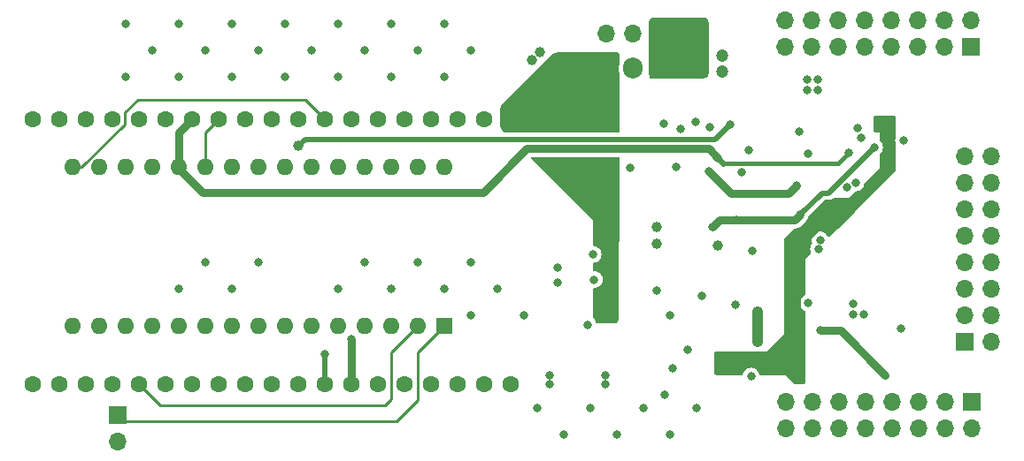
<source format=gbr>
%TF.GenerationSoftware,KiCad,Pcbnew,(6.0.5-0)*%
%TF.CreationDate,2022-06-25T17:27:44+01:00*%
%TF.ProjectId,revised_minh_design,72657669-7365-4645-9f6d-696e685f6465,rev?*%
%TF.SameCoordinates,Original*%
%TF.FileFunction,Copper,L3,Inr*%
%TF.FilePolarity,Positive*%
%FSLAX46Y46*%
G04 Gerber Fmt 4.6, Leading zero omitted, Abs format (unit mm)*
G04 Created by KiCad (PCBNEW (6.0.5-0)) date 2022-06-25 17:27:44*
%MOMM*%
%LPD*%
G01*
G04 APERTURE LIST*
%TA.AperFunction,ComponentPad*%
%ADD10R,1.700000X1.700000*%
%TD*%
%TA.AperFunction,ComponentPad*%
%ADD11O,1.700000X1.700000*%
%TD*%
%TA.AperFunction,ComponentPad*%
%ADD12R,1.600000X1.600000*%
%TD*%
%TA.AperFunction,ComponentPad*%
%ADD13O,1.600000X1.600000*%
%TD*%
%TA.AperFunction,ComponentPad*%
%ADD14R,1.905000X2.000000*%
%TD*%
%TA.AperFunction,ComponentPad*%
%ADD15O,1.905000X2.000000*%
%TD*%
%TA.AperFunction,ComponentPad*%
%ADD16C,1.600000*%
%TD*%
%TA.AperFunction,ViaPad*%
%ADD17C,0.800000*%
%TD*%
%TA.AperFunction,ViaPad*%
%ADD18C,1.200000*%
%TD*%
%TA.AperFunction,ViaPad*%
%ADD19C,1.000000*%
%TD*%
%TA.AperFunction,Conductor*%
%ADD20C,0.250000*%
%TD*%
%TA.AperFunction,Conductor*%
%ADD21C,0.500000*%
%TD*%
%TA.AperFunction,Conductor*%
%ADD22C,0.400000*%
%TD*%
%TA.AperFunction,Conductor*%
%ADD23C,0.800000*%
%TD*%
%TA.AperFunction,Conductor*%
%ADD24C,0.600000*%
%TD*%
%TA.AperFunction,Conductor*%
%ADD25C,1.000000*%
%TD*%
%TA.AperFunction,Conductor*%
%ADD26C,1.200000*%
%TD*%
G04 APERTURE END LIST*
D10*
%TO.N,RX*%
%TO.C,J5*%
X60198000Y-78105000D03*
D11*
%TO.N,TX*%
X60198000Y-80645000D03*
%TD*%
D12*
%TO.N,RX*%
%TO.C,A1*%
X91440000Y-69596000D03*
D13*
%TO.N,TX*%
X88900000Y-69596000D03*
%TO.N,unconnected-(A1-Pad3)*%
X86360000Y-69596000D03*
%TO.N,Earth*%
X83820000Y-69596000D03*
%TO.N,~{DAC_CS}*%
X81280000Y-69596000D03*
%TO.N,~{CLR}*%
X78740000Y-69596000D03*
%TO.N,LDAC*%
X76200000Y-69596000D03*
%TO.N,unconnected-(A1-Pad8)*%
X73660000Y-69596000D03*
%TO.N,unconnected-(A1-Pad9)*%
X71120000Y-69596000D03*
%TO.N,unconnected-(A1-Pad10)*%
X68580000Y-69596000D03*
%TO.N,unconnected-(A1-Pad11)*%
X66040000Y-69596000D03*
%TO.N,unconnected-(A1-Pad12)*%
X63500000Y-69596000D03*
%TO.N,unconnected-(A1-Pad13)*%
X60960000Y-69596000D03*
%TO.N,SI*%
X58420000Y-69596000D03*
%TO.N,SO*%
X55880000Y-69596000D03*
%TO.N,SK*%
X55880000Y-54356000D03*
%TO.N,unconnected-(A1-Pad17)*%
X58420000Y-54356000D03*
%TO.N,unconnected-(A1-Pad18)*%
X60960000Y-54356000D03*
%TO.N,MDAT*%
X63500000Y-54356000D03*
%TO.N,~{ADC2_CS}*%
X66040000Y-54356000D03*
%TO.N,~{ADC1_CS}*%
X68580000Y-54356000D03*
%TO.N,unconnected-(A1-Pad22)*%
X71120000Y-54356000D03*
%TO.N,unconnected-(A1-Pad23)*%
X73660000Y-54356000D03*
%TO.N,unconnected-(A1-Pad24)*%
X76200000Y-54356000D03*
%TO.N,unconnected-(A1-Pad25)*%
X78740000Y-54356000D03*
%TO.N,unconnected-(A1-Pad26)*%
X81280000Y-54356000D03*
%TO.N,unconnected-(A1-Pad27)*%
X83820000Y-54356000D03*
%TO.N,unconnected-(A1-Pad28)*%
X86360000Y-54356000D03*
%TO.N,Earth*%
X88900000Y-54356000D03*
%TO.N,+5V*%
X91440000Y-54356000D03*
%TD*%
D10*
%TO.N,ADC2_1*%
%TO.C,J3*%
X141204000Y-71105000D03*
D11*
%TO.N,Earth*%
X143744000Y-71105000D03*
%TO.N,ADC2_2*%
X141204000Y-68565000D03*
%TO.N,Earth*%
X143744000Y-68565000D03*
%TO.N,ADC2_3*%
X141204000Y-66025000D03*
%TO.N,Earth*%
X143744000Y-66025000D03*
%TO.N,ADC2_4*%
X141204000Y-63485000D03*
%TO.N,Earth*%
X143744000Y-63485000D03*
%TO.N,ADC2_5*%
X141204000Y-60945000D03*
%TO.N,Earth*%
X143744000Y-60945000D03*
%TO.N,ADC2_6*%
X141204000Y-58405000D03*
%TO.N,Earth*%
X143744000Y-58405000D03*
%TO.N,ADC2_7*%
X141204000Y-55865000D03*
%TO.N,Earth*%
X143744000Y-55865000D03*
%TO.N,ADC2_8*%
X141204000Y-53325000D03*
%TO.N,Earth*%
X143744000Y-53325000D03*
%TD*%
D14*
%TO.N,+12V*%
%TO.C,U2*%
X112014000Y-44902000D03*
D15*
%TO.N,Earth*%
X109474000Y-44902000D03*
%TO.N,+5V*%
X106934000Y-44902000D03*
%TD*%
D10*
%TO.N,+12V*%
%TO.C,J1*%
X112014000Y-41529000D03*
D11*
%TO.N,Earth*%
X109474000Y-41529000D03*
X106934000Y-41529000D03*
%TD*%
D10*
%TO.N,ADC1_1*%
%TO.C,J2*%
X141844000Y-42799000D03*
D11*
%TO.N,Earth*%
X141844000Y-40259000D03*
%TO.N,ADC1_2*%
X139304000Y-42799000D03*
%TO.N,Earth*%
X139304000Y-40259000D03*
%TO.N,ADC1_3*%
X136764000Y-42799000D03*
%TO.N,Earth*%
X136764000Y-40259000D03*
%TO.N,ADC1_4*%
X134224000Y-42799000D03*
%TO.N,Earth*%
X134224000Y-40259000D03*
%TO.N,ADC1_5*%
X131684000Y-42799000D03*
%TO.N,Earth*%
X131684000Y-40259000D03*
%TO.N,ADC1_6*%
X129144000Y-42799000D03*
%TO.N,Earth*%
X129144000Y-40259000D03*
%TO.N,ADC1_7*%
X126604000Y-42799000D03*
%TO.N,Earth*%
X126604000Y-40259000D03*
%TO.N,ADC1_8*%
X124064000Y-42799000D03*
%TO.N,Earth*%
X124064000Y-40259000D03*
%TD*%
D16*
%TO.N,+5V*%
%TO.C,U1*%
X97785000Y-49784000D03*
%TO.N,unconnected-(U1-Pad37)*%
X95245000Y-49784000D03*
%TO.N,unconnected-(U1-Pad36)*%
X92705000Y-49784000D03*
%TO.N,unconnected-(U1-Pad35)*%
X90165000Y-49784000D03*
%TO.N,SO*%
X87625000Y-49784000D03*
%TO.N,Earth*%
X85085000Y-49784000D03*
%TO.N,SI*%
X82547858Y-49789715D03*
%TO.N,SK*%
X80010715Y-49789715D03*
%TO.N,unconnected-(U1-Pad30)*%
X77465000Y-49784000D03*
%TO.N,unconnected-(U1-Pad29)*%
X74925000Y-49784000D03*
%TO.N,unconnected-(U1-Pad28)*%
X72385000Y-49784000D03*
%TO.N,~{ADC1_CS}*%
X69845000Y-49784000D03*
%TO.N,~{ADC2_CS}*%
X67305000Y-49784000D03*
%TO.N,MDAT*%
X64765000Y-49784000D03*
%TO.N,unconnected-(U1-Pad24)*%
X62250715Y-49789715D03*
%TO.N,unconnected-(U1-Pad23)*%
X59713572Y-49789715D03*
%TO.N,unconnected-(U1-Pad22)*%
X57145000Y-49784000D03*
%TO.N,unconnected-(U1-Pad21)*%
X54599014Y-49789715D03*
%TO.N,unconnected-(U1-Pad20)*%
X52102143Y-49789715D03*
%TO.N,Earth*%
X52065000Y-75184000D03*
%TO.N,unconnected-(U1-Pad18)*%
X54605000Y-75184000D03*
%TO.N,unconnected-(U1-Pad17)*%
X57145000Y-75184000D03*
%TO.N,RX*%
X59685000Y-75184000D03*
%TO.N,TX*%
X62225000Y-75184000D03*
%TO.N,unconnected-(U1-Pad14)*%
X64765000Y-75184000D03*
%TO.N,Earth*%
X67305000Y-75184000D03*
%TO.N,unconnected-(U1-Pad12)*%
X69845000Y-75184000D03*
%TO.N,unconnected-(U1-Pad11)*%
X72385000Y-75184000D03*
%TO.N,unconnected-(U1-Pad10)*%
X74925000Y-75184000D03*
%TO.N,LDAC*%
X77465000Y-75184000D03*
%TO.N,~{CLR}*%
X80005000Y-75184000D03*
%TO.N,~{DAC_CS}*%
X82545000Y-75184000D03*
%TO.N,unconnected-(U1-Pad6)*%
X85085000Y-75184000D03*
%TO.N,unconnected-(U1-Pad5)*%
X87625000Y-75184000D03*
%TO.N,unconnected-(U1-Pad4)*%
X90165000Y-75184000D03*
%TO.N,unconnected-(U1-Pad3)*%
X92705000Y-75184000D03*
%TO.N,unconnected-(U1-Pad2)*%
X95245000Y-75184000D03*
%TO.N,unconnected-(U1-Pad1)*%
X97785000Y-75184000D03*
%TD*%
D10*
%TO.N,VoutB*%
%TO.C,J4*%
X141859000Y-76835000D03*
D11*
%TO.N,Earth*%
X141859000Y-79375000D03*
%TO.N,VoutD*%
X139319000Y-76835000D03*
%TO.N,Earth*%
X139319000Y-79375000D03*
%TO.N,VoutF*%
X136779000Y-76835000D03*
%TO.N,Earth*%
X136779000Y-79375000D03*
%TO.N,VoutH*%
X134239000Y-76835000D03*
%TO.N,Earth*%
X134239000Y-79375000D03*
%TO.N,VoutG*%
X131699000Y-76835000D03*
%TO.N,Earth*%
X131699000Y-79375000D03*
%TO.N,VoutE*%
X129159000Y-76835000D03*
%TO.N,Earth*%
X129159000Y-79375000D03*
%TO.N,VoutC*%
X126619000Y-76835000D03*
%TO.N,Earth*%
X126619000Y-79375000D03*
%TO.N,VoutA*%
X124079000Y-76835000D03*
%TO.N,Earth*%
X124079000Y-79375000D03*
%TD*%
D17*
%TO.N,Earth*%
X102870000Y-80010000D03*
X105410000Y-77470000D03*
X100330000Y-77470000D03*
X115570000Y-77470000D03*
X110490000Y-77470000D03*
X113030000Y-80010000D03*
X107950000Y-80010000D03*
X99060000Y-68580000D03*
X93980000Y-68580000D03*
X96520000Y-66040000D03*
X93980000Y-63500000D03*
X112395000Y-50165000D03*
X114046000Y-50673000D03*
X115443000Y-50038000D03*
X116840000Y-50546000D03*
X130810000Y-55880000D03*
X93980000Y-43180000D03*
X66040000Y-66040000D03*
X68580000Y-63500000D03*
X71120000Y-66040000D03*
X73660000Y-63500000D03*
X63500000Y-43180000D03*
X68580000Y-43180000D03*
X73660000Y-43180000D03*
X78740000Y-43180000D03*
X83820000Y-43180000D03*
X88900000Y-43180000D03*
X88900000Y-63500000D03*
X83820000Y-63500000D03*
X81280000Y-66040000D03*
X86360000Y-66040000D03*
X91440000Y-66040000D03*
X60960000Y-45720000D03*
X66040000Y-45720000D03*
X71120000Y-45720000D03*
X76200000Y-45720000D03*
X81280000Y-45720000D03*
X86360000Y-45720000D03*
X91440000Y-45720000D03*
X91440000Y-40640000D03*
X86360000Y-40640000D03*
X81280000Y-40640000D03*
X76200000Y-40640000D03*
X71120000Y-40640000D03*
X66040000Y-40640000D03*
X60960000Y-40640000D03*
X130556000Y-67437000D03*
X130556000Y-68453000D03*
X127127000Y-45974000D03*
X127127000Y-46990000D03*
X126111000Y-45974000D03*
X126111000Y-46990000D03*
X129968938Y-56308938D03*
X131572000Y-68453000D03*
%TO.N,~{DAC_CS}*%
X82529511Y-70845511D03*
%TO.N,~{CLR}*%
X80010000Y-72263000D03*
%TO.N,Earth*%
X127254000Y-62230011D03*
X106807000Y-75184000D03*
X130937000Y-50594500D03*
D18*
X117983000Y-43688000D03*
D17*
X113284000Y-73660000D03*
X126259500Y-67399500D03*
X127381000Y-61349500D03*
X113652311Y-54375651D03*
D19*
X117602000Y-61849000D03*
D17*
X102305000Y-65405000D03*
D18*
X117983000Y-45212000D03*
D17*
X114681000Y-71844489D03*
X105156000Y-69469000D03*
X101473000Y-75184000D03*
X101473000Y-74295000D03*
X126238000Y-53086000D03*
X105778495Y-65149065D03*
D19*
X100584000Y-43307000D03*
D17*
X105664000Y-62738000D03*
X120523000Y-52705000D03*
X119253000Y-67564000D03*
X106807000Y-74295000D03*
X102305000Y-64008000D03*
X125391819Y-50949902D03*
X112522000Y-76200000D03*
X113030000Y-68585009D03*
X135143100Y-69860114D03*
X116078000Y-66675000D03*
X135382000Y-51816000D03*
X120904000Y-62357000D03*
X120777923Y-74417599D03*
X119888000Y-54864000D03*
D19*
X99822000Y-44069000D03*
X111760000Y-61722000D03*
X111760000Y-60071000D03*
D17*
X131318000Y-51562000D03*
X109220000Y-54466500D03*
X111760000Y-66167000D03*
%TO.N,+5V*%
X102235000Y-54864000D03*
D18*
X102362000Y-44831000D03*
D17*
X107696000Y-62738000D03*
%TO.N,+3.3VA*%
X132588000Y-52488500D03*
X119380000Y-59436000D03*
X125466083Y-58950433D03*
X117094000Y-60071000D03*
%TO.N,+3.3VDAC*%
X133604000Y-50038000D03*
X125349000Y-74549000D03*
X118237000Y-72898000D03*
X128016000Y-58039000D03*
%TO.N,CLK*%
X116713000Y-54737000D03*
X125095000Y-56134000D03*
%TO.N,LDAC*%
X121412000Y-71120000D03*
X121412000Y-68199000D03*
%TO.N,~{CLR}*%
X127381000Y-70034020D03*
X133604000Y-74295000D03*
%TO.N,MDAT*%
X118745000Y-50292000D03*
D19*
X77470000Y-52324000D03*
D17*
%TO.N,~{ADC2_CS}*%
X130096500Y-52972689D03*
%TD*%
D20*
%TO.N,RX*%
X91440000Y-69596000D02*
X88900000Y-72136000D01*
X88900000Y-72136000D02*
X88900000Y-76708000D01*
X88900000Y-76708000D02*
X86868000Y-78740000D01*
X86868000Y-78740000D02*
X60579000Y-78740000D01*
X60579000Y-78740000D02*
X59944000Y-78105000D01*
%TO.N,TX*%
X88900000Y-69596000D02*
X86360000Y-72136000D01*
X64257000Y-77216000D02*
X62225000Y-75184000D01*
X86360000Y-72136000D02*
X86360000Y-76581000D01*
X85725000Y-77216000D02*
X64257000Y-77216000D01*
X86360000Y-76581000D02*
X85725000Y-77216000D01*
D21*
%TO.N,+3.3VA*%
X132588000Y-52488500D02*
X128219989Y-56856511D01*
X128219989Y-56856511D02*
X127560005Y-56856511D01*
X127560005Y-56856511D02*
X125466083Y-58950433D01*
D22*
%TO.N,~{ADC2_CS}*%
X130096500Y-52972689D02*
X129094189Y-53975000D01*
X129094189Y-53975000D02*
X118110000Y-53975000D01*
D20*
%TO.N,SK*%
X78100000Y-47879000D02*
X62103000Y-47879000D01*
X62103000Y-47879000D02*
X60838083Y-49143917D01*
X60838083Y-49143917D02*
X60838083Y-50255504D01*
X60838083Y-50255504D02*
X56737587Y-54356000D01*
X80010715Y-49789715D02*
X78100000Y-47879000D01*
X56737587Y-54356000D02*
X55880000Y-54356000D01*
%TO.N,~{ADC1_CS}*%
X68580000Y-54356000D02*
X68580000Y-51049000D01*
X68580000Y-51049000D02*
X69845000Y-49784000D01*
D23*
%TO.N,~{ADC2_CS}*%
X117602000Y-53467000D02*
X116713000Y-52578000D01*
X116713000Y-52578000D02*
X99314000Y-52578000D01*
X99314000Y-52578000D02*
X95123000Y-56769000D01*
X95123000Y-56769000D02*
X68326000Y-56769000D01*
X66040000Y-51049000D02*
X67305000Y-49784000D01*
X68326000Y-56769000D02*
X66040000Y-54483000D01*
X66040000Y-54483000D02*
X66040000Y-51049000D01*
%TO.N,~{DAC_CS}*%
X82545000Y-75184000D02*
X82545000Y-70861000D01*
D20*
X82545000Y-70861000D02*
X82529511Y-70845511D01*
D21*
%TO.N,~{CLR}*%
X80010000Y-72263000D02*
X80010000Y-75179000D01*
X80010000Y-75179000D02*
X80005000Y-75184000D01*
D24*
%TO.N,+5V*%
X102235000Y-54864000D02*
X107696000Y-60325000D01*
X107696000Y-60325000D02*
X107696000Y-62738000D01*
D25*
X102362000Y-44831000D02*
X102362000Y-45207000D01*
D26*
X102362000Y-45207000D02*
X97785000Y-49784000D01*
D23*
%TO.N,+3.3VA*%
X117729000Y-59436000D02*
X117094000Y-60071000D01*
X119380000Y-59436000D02*
X117729000Y-59436000D01*
X120777000Y-59436000D02*
X119380000Y-59436000D01*
X124980516Y-59436000D02*
X125466083Y-58950433D01*
X120777000Y-59436000D02*
X124980516Y-59436000D01*
D20*
%TO.N,+3.3VDAC*%
X127381000Y-58674000D02*
X127381000Y-60071000D01*
X134112000Y-54356000D02*
X130302000Y-58166000D01*
X127381000Y-60071000D02*
X125349000Y-62103000D01*
X128016000Y-58039000D02*
X127381000Y-58674000D01*
X130302000Y-58166000D02*
X128143000Y-58166000D01*
X118237000Y-72898000D02*
X123698000Y-72898000D01*
X125349000Y-62103000D02*
X125349000Y-74549000D01*
X134112000Y-50546000D02*
X134112000Y-54356000D01*
X128143000Y-58166000D02*
X128016000Y-58039000D01*
X123698000Y-72898000D02*
X125349000Y-74549000D01*
X133604000Y-50038000D02*
X134112000Y-50546000D01*
D23*
%TO.N,CLK*%
X118872000Y-56896000D02*
X124333000Y-56896000D01*
X116713000Y-54737000D02*
X118872000Y-56896000D01*
X124333000Y-56896000D02*
X125095000Y-56134000D01*
D25*
%TO.N,LDAC*%
X121412000Y-68199000D02*
X121412000Y-71120000D01*
D23*
%TO.N,~{CLR}*%
X127381000Y-70034020D02*
X129343020Y-70034020D01*
X129343020Y-70034020D02*
X133604000Y-74295000D01*
D21*
%TO.N,MDAT*%
X78105000Y-51689000D02*
X77470000Y-52324000D01*
X118745000Y-50292000D02*
X117348000Y-51689000D01*
X117348000Y-51689000D02*
X78105000Y-51689000D01*
D24*
%TO.N,~{ADC2_CS}*%
X118110000Y-53975000D02*
X117602000Y-53467000D01*
%TD*%
%TA.AperFunction,Conductor*%
%TO.N,+12V*%
G36*
X116220949Y-40006307D02*
G01*
X116325761Y-40020060D01*
X116357547Y-40028564D01*
X116447528Y-40065800D01*
X116476024Y-40082240D01*
X116553299Y-40141503D01*
X116576568Y-40164762D01*
X116635864Y-40242009D01*
X116652319Y-40270501D01*
X116689593Y-40360463D01*
X116698111Y-40392244D01*
X116711912Y-40497054D01*
X116712990Y-40513506D01*
X116712892Y-45338603D01*
X116711814Y-45355044D01*
X116698027Y-45459783D01*
X116689519Y-45491545D01*
X116652284Y-45581465D01*
X116635846Y-45609945D01*
X116576618Y-45687161D01*
X116553372Y-45710418D01*
X116476174Y-45769686D01*
X116447702Y-45786135D01*
X116357806Y-45823407D01*
X116326048Y-45831930D01*
X116221310Y-45845765D01*
X116204871Y-45846850D01*
X113549080Y-45848081D01*
X111506405Y-45849027D01*
X111489954Y-45847956D01*
X111433252Y-45840516D01*
X111385135Y-45834202D01*
X111353354Y-45825699D01*
X111263375Y-45788464D01*
X111234875Y-45772022D01*
X111157602Y-45712759D01*
X111134332Y-45689498D01*
X111075036Y-45612250D01*
X111058581Y-45583759D01*
X111057631Y-45581465D01*
X111021307Y-45493794D01*
X111012790Y-45462017D01*
X110998990Y-45357205D01*
X110997912Y-45340753D01*
X110998055Y-40515656D01*
X110999133Y-40499215D01*
X111012921Y-40394475D01*
X111021430Y-40362712D01*
X111058665Y-40272796D01*
X111075102Y-40244318D01*
X111134331Y-40167101D01*
X111157577Y-40143845D01*
X111234773Y-40084578D01*
X111263245Y-40068128D01*
X111353149Y-40030853D01*
X111384901Y-40022333D01*
X111431730Y-40016147D01*
X111489639Y-40008498D01*
X111506077Y-40007413D01*
X112966884Y-40006736D01*
X116204498Y-40005236D01*
X116220949Y-40006307D01*
G37*
%TD.AperFunction*%
%TD*%
%TA.AperFunction,Conductor*%
%TO.N,+5V*%
G36*
X108146121Y-53404902D02*
G01*
X108192614Y-53458558D01*
X108204000Y-53510900D01*
X108204000Y-57534672D01*
X108203998Y-57535364D01*
X108201255Y-58034691D01*
X108201250Y-58035219D01*
X108123033Y-65153027D01*
X108080316Y-69040232D01*
X108059567Y-69108128D01*
X108042928Y-69128431D01*
X107863817Y-69305584D01*
X107801319Y-69339266D01*
X107775213Y-69342000D01*
X106055791Y-69342000D01*
X105987670Y-69321998D01*
X105941177Y-69268342D01*
X105936800Y-69257437D01*
X105890612Y-69124802D01*
X105890610Y-69124799D01*
X105888293Y-69118144D01*
X105792364Y-68964624D01*
X105787398Y-68959623D01*
X105700595Y-68872212D01*
X105666787Y-68809782D01*
X105664000Y-68783428D01*
X105664000Y-66084819D01*
X105684002Y-66016698D01*
X105737658Y-65970205D01*
X105778580Y-65959338D01*
X105911246Y-65947264D01*
X105941771Y-65944486D01*
X105948471Y-65942309D01*
X105948476Y-65942308D01*
X106107239Y-65890723D01*
X106107242Y-65890722D01*
X106113938Y-65888546D01*
X106269433Y-65795852D01*
X106274527Y-65791001D01*
X106274531Y-65790998D01*
X106346291Y-65722661D01*
X106400528Y-65671012D01*
X106500706Y-65520231D01*
X106564990Y-65351003D01*
X106582275Y-65228014D01*
X106589633Y-65175662D01*
X106589634Y-65175654D01*
X106590184Y-65171738D01*
X106590501Y-65149065D01*
X106570322Y-64969166D01*
X106510788Y-64798209D01*
X106414859Y-64644689D01*
X106300915Y-64529947D01*
X106292264Y-64521235D01*
X106292260Y-64521232D01*
X106287301Y-64516238D01*
X106134455Y-64419239D01*
X106080280Y-64399948D01*
X105970551Y-64360875D01*
X105970549Y-64360874D01*
X105963917Y-64358513D01*
X105956931Y-64357680D01*
X105956927Y-64357679D01*
X105791159Y-64337913D01*
X105791158Y-64337913D01*
X105784164Y-64337079D01*
X105784242Y-64336428D01*
X105721146Y-64317425D01*
X105675026Y-64263448D01*
X105664000Y-64211902D01*
X105664000Y-63663334D01*
X105684002Y-63595213D01*
X105737658Y-63548720D01*
X105778579Y-63537853D01*
X105820256Y-63534060D01*
X105820257Y-63534060D01*
X105827276Y-63533421D01*
X105861783Y-63522209D01*
X105992744Y-63479658D01*
X105992747Y-63479657D01*
X105999443Y-63477481D01*
X106154938Y-63384787D01*
X106160032Y-63379936D01*
X106160036Y-63379933D01*
X106231796Y-63311596D01*
X106286033Y-63259947D01*
X106386211Y-63109166D01*
X106450495Y-62939938D01*
X106475689Y-62760673D01*
X106476006Y-62738000D01*
X106455827Y-62558101D01*
X106396293Y-62387144D01*
X106300364Y-62233624D01*
X106236863Y-62169679D01*
X106177769Y-62110170D01*
X106177765Y-62110167D01*
X106172806Y-62105173D01*
X106019960Y-62008174D01*
X105965785Y-61988883D01*
X105856056Y-61949810D01*
X105856054Y-61949809D01*
X105849422Y-61947448D01*
X105803157Y-61941931D01*
X105775080Y-61938583D01*
X105709807Y-61910655D01*
X105669995Y-61851872D01*
X105664000Y-61813469D01*
X105664000Y-59436000D01*
X101219000Y-55054500D01*
X99744064Y-53600634D01*
X99709591Y-53538568D01*
X99714147Y-53467718D01*
X99756283Y-53410578D01*
X99822623Y-53385289D01*
X99832516Y-53384900D01*
X108078000Y-53384900D01*
X108146121Y-53404902D01*
G37*
%TD.AperFunction*%
%TA.AperFunction,Conductor*%
G36*
X107969931Y-43327002D02*
G01*
X107990905Y-43343905D01*
X108167095Y-43520095D01*
X108201121Y-43582407D01*
X108204000Y-43609190D01*
X108204000Y-44346871D01*
X108196439Y-44389862D01*
X108178276Y-44439901D01*
X108156791Y-44499090D01*
X108155842Y-44504339D01*
X108155841Y-44504342D01*
X108116478Y-44722023D01*
X108116477Y-44722030D01*
X108115740Y-44726107D01*
X108114600Y-44750280D01*
X108114600Y-45007425D01*
X108129190Y-45179373D01*
X108130528Y-45184528D01*
X108130529Y-45184534D01*
X108161773Y-45304910D01*
X108187147Y-45402672D01*
X108192883Y-45415405D01*
X108204000Y-45467153D01*
X108204000Y-50906100D01*
X108183998Y-50974221D01*
X108130342Y-51020714D01*
X108078000Y-51032100D01*
X97189965Y-51032100D01*
X97121844Y-51012098D01*
X97101513Y-50995834D01*
X97079587Y-50974221D01*
X96970061Y-50866260D01*
X96942279Y-50825163D01*
X96783765Y-50446336D01*
X96774000Y-50397700D01*
X96774000Y-48789458D01*
X96783884Y-48740540D01*
X96943010Y-48362827D01*
X96971109Y-48321585D01*
X101851902Y-43557000D01*
X101911456Y-43498865D01*
X101951953Y-43472332D01*
X102335153Y-43316303D01*
X102382668Y-43307000D01*
X107901810Y-43307000D01*
X107969931Y-43327002D01*
G37*
%TD.AperFunction*%
%TD*%
%TA.AperFunction,Conductor*%
%TO.N,+3.3VDAC*%
G36*
X134382170Y-49405421D02*
G01*
X134406073Y-49410175D01*
X134441091Y-49417141D01*
X134486510Y-49435954D01*
X134506329Y-49449196D01*
X134525939Y-49462300D01*
X134560700Y-49497061D01*
X134587045Y-49536488D01*
X134605860Y-49581911D01*
X134617579Y-49640830D01*
X134620000Y-49665410D01*
X134620000Y-51528011D01*
X134612401Y-51571105D01*
X134592762Y-51625063D01*
X134570073Y-51804663D01*
X134587738Y-51984826D01*
X134589962Y-51991511D01*
X134613558Y-52062444D01*
X134620000Y-52102216D01*
X134620000Y-54621037D01*
X134617579Y-54645618D01*
X134605860Y-54704535D01*
X134587046Y-54749956D01*
X134553670Y-54799907D01*
X134538000Y-54819000D01*
X130683000Y-58674000D01*
X130679609Y-58677676D01*
X130679587Y-58677699D01*
X130679401Y-58677900D01*
X130679340Y-58677966D01*
X129623825Y-59822078D01*
X129621916Y-59824102D01*
X129617052Y-59829142D01*
X129613050Y-59833107D01*
X129607936Y-59837951D01*
X129605880Y-59839854D01*
X129118320Y-60281277D01*
X128301765Y-61020562D01*
X128237842Y-61051454D01*
X128167365Y-61042883D01*
X128110345Y-60993926D01*
X128021097Y-60851098D01*
X128017364Y-60845124D01*
X127945989Y-60773249D01*
X127894769Y-60721670D01*
X127894765Y-60721667D01*
X127889806Y-60716673D01*
X127872894Y-60705940D01*
X127811617Y-60667053D01*
X127736960Y-60619674D01*
X127661902Y-60592947D01*
X127573056Y-60561310D01*
X127573054Y-60561309D01*
X127566422Y-60558948D01*
X127559436Y-60558115D01*
X127559432Y-60558114D01*
X127430752Y-60542771D01*
X127386669Y-60537514D01*
X127379666Y-60538250D01*
X127379665Y-60538250D01*
X127333310Y-60543122D01*
X127206634Y-60556436D01*
X127199966Y-60558706D01*
X127041932Y-60612505D01*
X127041929Y-60612506D01*
X127035265Y-60614775D01*
X126881079Y-60709631D01*
X126876048Y-60714558D01*
X126876045Y-60714560D01*
X126825469Y-60764088D01*
X126751740Y-60836288D01*
X126653677Y-60988454D01*
X126651268Y-60995074D01*
X126651267Y-60995075D01*
X126594337Y-61151489D01*
X126591762Y-61158563D01*
X126569073Y-61338163D01*
X126586738Y-61518326D01*
X126601911Y-61563936D01*
X126624166Y-61630838D01*
X126626689Y-61701790D01*
X126610521Y-61738863D01*
X126526677Y-61868965D01*
X126524268Y-61875585D01*
X126524267Y-61875586D01*
X126467171Y-62032455D01*
X126464762Y-62039074D01*
X126442073Y-62218674D01*
X126459738Y-62398837D01*
X126461962Y-62405522D01*
X126507788Y-62543281D01*
X126510311Y-62614233D01*
X126472796Y-62676458D01*
X125984000Y-63119000D01*
X125984000Y-66552630D01*
X125963998Y-66620751D01*
X125913781Y-66664769D01*
X125913765Y-66664775D01*
X125759579Y-66759631D01*
X125754548Y-66764558D01*
X125754545Y-66764560D01*
X125745469Y-66773448D01*
X125630240Y-66886288D01*
X125532177Y-67038454D01*
X125470262Y-67208563D01*
X125447573Y-67388163D01*
X125465238Y-67568326D01*
X125522379Y-67740098D01*
X125526026Y-67746120D01*
X125526027Y-67746122D01*
X125545090Y-67777598D01*
X125616156Y-67894942D01*
X125741908Y-68025161D01*
X125893385Y-68124285D01*
X125899985Y-68126740D01*
X125899988Y-68126741D01*
X125901926Y-68127462D01*
X125902992Y-68128259D01*
X125906275Y-68129917D01*
X125905984Y-68130494D01*
X125958800Y-68169957D01*
X125983671Y-68236455D01*
X125984000Y-68245557D01*
X125984000Y-74921590D01*
X125981579Y-74946170D01*
X125969860Y-75005089D01*
X125951045Y-75050512D01*
X125924700Y-75089939D01*
X125889939Y-75124700D01*
X125870329Y-75137804D01*
X125850510Y-75151046D01*
X125805091Y-75169859D01*
X125770073Y-75176825D01*
X125746170Y-75181579D01*
X125721590Y-75184000D01*
X125083963Y-75184000D01*
X125059382Y-75181579D01*
X125054254Y-75180559D01*
X125000464Y-75169859D01*
X124955044Y-75151046D01*
X124905093Y-75117670D01*
X124886000Y-75102000D01*
X124079000Y-74295000D01*
X121679247Y-74295000D01*
X121611126Y-74274998D01*
X121564633Y-74221342D01*
X121560256Y-74210438D01*
X121556948Y-74200939D01*
X121510216Y-74066743D01*
X121414287Y-73913223D01*
X121334343Y-73832719D01*
X121291692Y-73789769D01*
X121291688Y-73789766D01*
X121286729Y-73784772D01*
X121269817Y-73774039D01*
X121207779Y-73734669D01*
X121133883Y-73687773D01*
X121059533Y-73661298D01*
X120969979Y-73629409D01*
X120969977Y-73629408D01*
X120963345Y-73627047D01*
X120956359Y-73626214D01*
X120956355Y-73626213D01*
X120827675Y-73610870D01*
X120783592Y-73605613D01*
X120776589Y-73606349D01*
X120776588Y-73606349D01*
X120730233Y-73611221D01*
X120603557Y-73624535D01*
X120596889Y-73626805D01*
X120438855Y-73680604D01*
X120438852Y-73680605D01*
X120432188Y-73682874D01*
X120278002Y-73777730D01*
X120272971Y-73782657D01*
X120272968Y-73782659D01*
X120221849Y-73832719D01*
X120148663Y-73904387D01*
X120050600Y-74056553D01*
X120048191Y-74063173D01*
X120048190Y-74063174D01*
X119993987Y-74212095D01*
X119951893Y-74269266D01*
X119885571Y-74294604D01*
X119875586Y-74295000D01*
X117483410Y-74295000D01*
X117458830Y-74292579D01*
X117434927Y-74287825D01*
X117399909Y-74280859D01*
X117354490Y-74262046D01*
X117334671Y-74248804D01*
X117315061Y-74235700D01*
X117280300Y-74200939D01*
X117253955Y-74161512D01*
X117235140Y-74116089D01*
X117223421Y-74057170D01*
X117221000Y-74032590D01*
X117221000Y-72271410D01*
X117223421Y-72246830D01*
X117235140Y-72187911D01*
X117253955Y-72142488D01*
X117280300Y-72103061D01*
X117315061Y-72068300D01*
X117334671Y-72055196D01*
X117354490Y-72041954D01*
X117399909Y-72023141D01*
X117434927Y-72016175D01*
X117458830Y-72011421D01*
X117483410Y-72009000D01*
X121219223Y-72009000D01*
X121245420Y-72011753D01*
X121310224Y-72025528D01*
X121310228Y-72025528D01*
X121316681Y-72026900D01*
X121507319Y-72026900D01*
X121513772Y-72025528D01*
X121513776Y-72025528D01*
X121578580Y-72011753D01*
X121604777Y-72009000D01*
X122301000Y-72009000D01*
X123952000Y-70358000D01*
X123952000Y-61327312D01*
X123954321Y-61303237D01*
X123965568Y-61245459D01*
X123983629Y-61200826D01*
X124006575Y-61165553D01*
X124015725Y-61151489D01*
X124030797Y-61132576D01*
X124109303Y-61051454D01*
X124854636Y-60281277D01*
X124916381Y-60246235D01*
X124945179Y-60242900D01*
X124971271Y-60242900D01*
X124972591Y-60242907D01*
X125062574Y-60243850D01*
X125104864Y-60234706D01*
X125117431Y-60232648D01*
X125145349Y-60229517D01*
X125153417Y-60228612D01*
X125153418Y-60228612D01*
X125160415Y-60227827D01*
X125192018Y-60216822D01*
X125206814Y-60212663D01*
X125232626Y-60207082D01*
X125232625Y-60207082D01*
X125239513Y-60205593D01*
X125245898Y-60202616D01*
X125245900Y-60202615D01*
X125278713Y-60187314D01*
X125290524Y-60182518D01*
X125331372Y-60168293D01*
X125337347Y-60164559D01*
X125337352Y-60164557D01*
X125359744Y-60150565D01*
X125373258Y-60143227D01*
X125403579Y-60129088D01*
X125409150Y-60124767D01*
X125437750Y-60102583D01*
X125448207Y-60095288D01*
X125478914Y-60076100D01*
X125478918Y-60076097D01*
X125484892Y-60072364D01*
X125513638Y-60043818D01*
X125514264Y-60043233D01*
X125514927Y-60042718D01*
X125540847Y-60016798D01*
X125613343Y-59944806D01*
X125614000Y-59943771D01*
X125615098Y-59942547D01*
X126027251Y-59530394D01*
X126029454Y-59528243D01*
X126065029Y-59494365D01*
X126088116Y-59472380D01*
X126115661Y-59430921D01*
X126122138Y-59422039D01*
X126148800Y-59388641D01*
X126148803Y-59388636D01*
X126153197Y-59383132D01*
X126164913Y-59358896D01*
X126173401Y-59344015D01*
X126184398Y-59327463D01*
X126188294Y-59321599D01*
X126205972Y-59275062D01*
X126210320Y-59264966D01*
X126228918Y-59226495D01*
X126228919Y-59226493D01*
X126231985Y-59220150D01*
X126238038Y-59193931D01*
X126243022Y-59177529D01*
X126250074Y-59158965D01*
X126250076Y-59158958D01*
X126252578Y-59152371D01*
X126256430Y-59124963D01*
X126285718Y-59060289D01*
X126292109Y-59053404D01*
X127795197Y-57550316D01*
X127857509Y-57516290D01*
X127884292Y-57513411D01*
X128138145Y-57513411D01*
X128149955Y-57513968D01*
X128157678Y-57515694D01*
X128165603Y-57515445D01*
X128165604Y-57515445D01*
X128228341Y-57513473D01*
X128232299Y-57513411D01*
X128261317Y-57513411D01*
X128265252Y-57512914D01*
X128265681Y-57512860D01*
X128277517Y-57511928D01*
X128323567Y-57510480D01*
X128344084Y-57504519D01*
X128363449Y-57500508D01*
X128368060Y-57499926D01*
X128376793Y-57498823D01*
X128376795Y-57498823D01*
X128384652Y-57497830D01*
X128392017Y-57494914D01*
X128392021Y-57494913D01*
X128427485Y-57480872D01*
X128438715Y-57477027D01*
X128475335Y-57466388D01*
X128482949Y-57464176D01*
X128501345Y-57453297D01*
X128519097Y-57444600D01*
X128521379Y-57443696D01*
X128538968Y-57436732D01*
X128576237Y-57409655D01*
X128586156Y-57403140D01*
X128618977Y-57383729D01*
X128618981Y-57383726D01*
X128625807Y-57379689D01*
X128640915Y-57364581D01*
X128655949Y-57351740D01*
X128666829Y-57343835D01*
X128673242Y-57339176D01*
X128686883Y-57322686D01*
X128745717Y-57282947D01*
X128783970Y-57277000D01*
X130175000Y-57277000D01*
X130754297Y-56722890D01*
X130817348Y-56690259D01*
X130829968Y-56688463D01*
X130973276Y-56675421D01*
X130979976Y-56673244D01*
X130979981Y-56673243D01*
X131138744Y-56621658D01*
X131138747Y-56621657D01*
X131145443Y-56619481D01*
X131300938Y-56526787D01*
X131306032Y-56521936D01*
X131306036Y-56521933D01*
X131419460Y-56413920D01*
X131432033Y-56401947D01*
X131532211Y-56251166D01*
X131593321Y-56090293D01*
X131593995Y-56088520D01*
X131593996Y-56088518D01*
X131596495Y-56081938D01*
X131607924Y-56000617D01*
X131617141Y-55935036D01*
X131646429Y-55870362D01*
X131654821Y-55861519D01*
X133014206Y-54561238D01*
X133014207Y-54561237D01*
X133096000Y-54483000D01*
X133096000Y-53173043D01*
X133116002Y-53104922D01*
X133135108Y-53081797D01*
X133141021Y-53076166D01*
X133210033Y-53010447D01*
X133310211Y-52859666D01*
X133361384Y-52724954D01*
X133371995Y-52697020D01*
X133371996Y-52697018D01*
X133374495Y-52690438D01*
X133375475Y-52683466D01*
X133399138Y-52515097D01*
X133399139Y-52515089D01*
X133399689Y-52511173D01*
X133400006Y-52488500D01*
X133379827Y-52308601D01*
X133375983Y-52297563D01*
X133322612Y-52144302D01*
X133322610Y-52144299D01*
X133320293Y-52137644D01*
X133224364Y-51984124D01*
X133211249Y-51970917D01*
X133132595Y-51891712D01*
X133098787Y-51829282D01*
X133096000Y-51802928D01*
X133096000Y-51054000D01*
X132723410Y-51054000D01*
X132698830Y-51051579D01*
X132674927Y-51046825D01*
X132639909Y-51039859D01*
X132594490Y-51021046D01*
X132574671Y-51007804D01*
X132555061Y-50994700D01*
X132520300Y-50959939D01*
X132493955Y-50920512D01*
X132475140Y-50875089D01*
X132463421Y-50816170D01*
X132461000Y-50791590D01*
X132461000Y-49665410D01*
X132463421Y-49640830D01*
X132475140Y-49581911D01*
X132493955Y-49536488D01*
X132520300Y-49497061D01*
X132555061Y-49462300D01*
X132574671Y-49449196D01*
X132594490Y-49435954D01*
X132639909Y-49417141D01*
X132674927Y-49410175D01*
X132698830Y-49405421D01*
X132723410Y-49403000D01*
X134357590Y-49403000D01*
X134382170Y-49405421D01*
G37*
%TD.AperFunction*%
%TD*%
M02*

</source>
